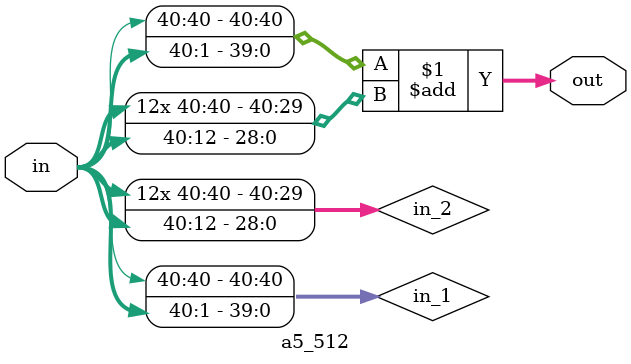
<source format=v>
module a5_512(in,out);
input[40:0]in;
output[40:0]out;

wire[40:0]in_1;
wire[40:0]in_2;


assign in_1[40:0]={{1{in[40]}},in[40:1]};//>>1
assign in_2[40:0]={{12{in[40]}},in[40:12]};//>>12


assign  out[40:0]=in_1[40:0]+in_2[40:0];

endmodule
</source>
